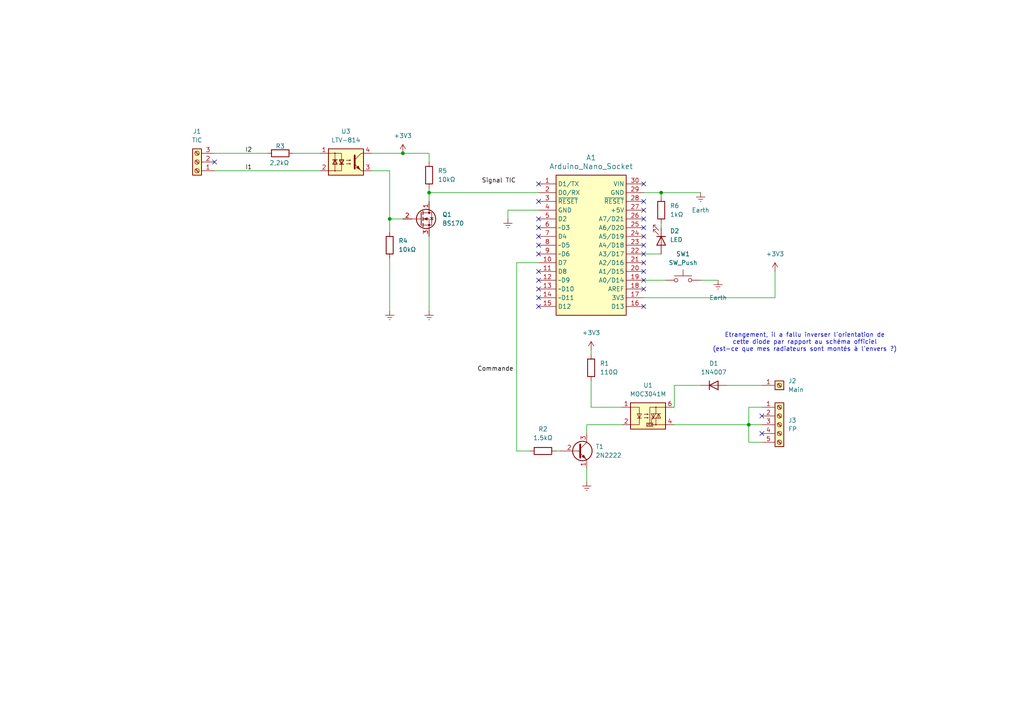
<source format=kicad_sch>
(kicad_sch (version 20231120) (generator "eeschema") (generator_version "8.0")
  (paper "A4")
  (title_block (title "Circuit de délestage - Linky") (date "2024-06-03") (comment 1 "basé sur http://hallard.me/demystifier-la-teleinfo/"))
  (lib_symbols
    (symbol "Connector:Screw_Terminal_01x01" (pin_names (offset 1.016) hide)
      (property "Reference" "J" (at 0 2.54 0))
      (property "Value" "Screw_Terminal_01x01" (at 0 -2.54 0))
      (symbol "Screw_Terminal_01x01_1_1"
        (rectangle (start -1.27 1.27) (end 1.27 -1.27) (stroke (width 0.254)) (fill (type background)))
        (polyline (pts (xy -0.5334 0.3302) (xy 0.3302 -0.508)) (stroke (width 0.1524)))
        (polyline (pts (xy -0.3556 0.508) (xy 0.508 -0.3302)) (stroke (width 0.1524)))
        (circle (center 0 0) (radius 0.635) (stroke (width 0.1524)))
        (pin passive line (at -5.08 0 0) (length 3.81) (name "Pin_1") (number "1"))
      )
    )
    (symbol "Connector:Screw_Terminal_01x03" (pin_names (offset 1.016) hide)
      (property "Reference" "J" (at 0 5.08 0))
      (property "Value" "Screw_Terminal_01x03" (at 0 -5.08 0))
      (symbol "Screw_Terminal_01x03_1_1"
        (rectangle (start -1.27 3.81) (end 1.27 -3.81) (stroke (width 0.254)) (fill (type background)))
        (circle (center 0 -2.54) (radius 0.635) (stroke (width 0.1524)))
        (polyline (pts (xy -0.5334 -2.2098) (xy 0.3302 -3.048)) (stroke (width 0.1524)))
        (polyline (pts (xy -0.5334 0.3302) (xy 0.3302 -0.508)) (stroke (width 0.1524)))
        (polyline (pts (xy -0.5334 2.8702) (xy 0.3302 2.032)) (stroke (width 0.1524)))
        (polyline (pts (xy -0.3556 -2.032) (xy 0.508 -2.8702)) (stroke (width 0.1524)))
        (polyline (pts (xy -0.3556 0.508) (xy 0.508 -0.3302)) (stroke (width 0.1524)))
        (polyline (pts (xy -0.3556 3.048) (xy 0.508 2.2098)) (stroke (width 0.1524)))
        (circle (center 0 0) (radius 0.635) (stroke (width 0.1524)))
        (circle (center 0 2.54) (radius 0.635) (stroke (width 0.1524)))
        (pin passive line (at -5.08 2.54 0) (length 3.81) (name "Pin_1") (number "1"))
        (pin passive line (at -5.08 0 0) (length 3.81) (name "Pin_2") (number "2"))
        (pin passive line (at -5.08 -2.54 0) (length 3.81) (name "Pin_3") (number "3"))
      )
    )
    (symbol "Connector:Screw_Terminal_01x05" (pin_names (offset 1.016) hide)
      (property "Reference" "J" (at 0 7.62 0))
      (property "Value" "Screw_Terminal_01x05" (at 0 -7.62 0))
      (symbol "Screw_Terminal_01x05_1_1"
        (rectangle (start -1.27 6.35) (end 1.27 -6.35) (stroke (width 0.254)) (fill (type background)))
        (circle (center 0 -5.08) (radius 0.635) (stroke (width 0.1524)))
        (circle (center 0 -2.54) (radius 0.635) (stroke (width 0.1524)))
        (polyline (pts (xy -0.5334 -4.7498) (xy 0.3302 -5.588)) (stroke (width 0.1524)))
        (polyline (pts (xy -0.5334 -2.2098) (xy 0.3302 -3.048)) (stroke (width 0.1524)))
        (polyline (pts (xy -0.5334 0.3302) (xy 0.3302 -0.508)) (stroke (width 0.1524)))
        (polyline (pts (xy -0.5334 2.8702) (xy 0.3302 2.032)) (stroke (width 0.1524)))
        (polyline (pts (xy -0.5334 5.4102) (xy 0.3302 4.572)) (stroke (width 0.1524)))
        (polyline (pts (xy -0.3556 -4.572) (xy 0.508 -5.4102)) (stroke (width 0.1524)))
        (polyline (pts (xy -0.3556 -2.032) (xy 0.508 -2.8702)) (stroke (width 0.1524)))
        (polyline (pts (xy -0.3556 0.508) (xy 0.508 -0.3302)) (stroke (width 0.1524)))
        (polyline (pts (xy -0.3556 3.048) (xy 0.508 2.2098)) (stroke (width 0.1524)))
        (polyline (pts (xy -0.3556 5.588) (xy 0.508 4.7498)) (stroke (width 0.1524)))
        (circle (center 0 0) (radius 0.635) (stroke (width 0.1524)))
        (circle (center 0 2.54) (radius 0.635) (stroke (width 0.1524)))
        (circle (center 0 5.08) (radius 0.635) (stroke (width 0.1524)))
        (pin passive line (at -5.08 5.08 0) (length 3.81) (name "Pin_1") (number "1"))
        (pin passive line (at -5.08 2.54 0) (length 3.81) (name "Pin_2") (number "2"))
        (pin passive line (at -5.08 0 0) (length 3.81) (name "Pin_3") (number "3"))
        (pin passive line (at -5.08 -2.54 0) (length 3.81) (name "Pin_4") (number "4"))
        (pin passive line (at -5.08 -5.08 0) (length 3.81) (name "Pin_5") (number "5"))
      )
    )
    (symbol "Device:LED" (pin_numbers hide) (pin_names (offset 1.016) hide)
      (property "Reference" "D" (at 0 2.54 0))
      (property "Value" "LED" (at 0 -2.54 0))
      (symbol "LED_0_1"
        (polyline (pts (xy -1.27 -1.27) (xy -1.27 1.27)) (stroke (width 0.254)))
        (polyline (pts (xy -1.27 0) (xy 1.27 0)))
        (polyline (pts (xy 1.27 -1.27) (xy 1.27 1.27) (xy -1.27 0) (xy 1.27 -1.27)) (stroke (width 0.254)))
        (polyline (pts (xy -3.048 -0.762) (xy -4.572 -2.286) (xy -3.81 -2.286) (xy -4.572 -2.286) (xy -4.572 -1.524)))
        (polyline (pts (xy -1.778 -0.762) (xy -3.302 -2.286) (xy -2.54 -2.286) (xy -3.302 -2.286) (xy -3.302 -1.524)))
      )
      (symbol "LED_1_1"
        (pin passive line (at -3.81 0 0) (length 2.54) (name "K") (number "1"))
        (pin passive line (at 3.81 0 180) (length 2.54) (name "A") (number "2"))
      )
    )
    (symbol "Device:R" (pin_numbers hide) (pin_names (offset 0))
      (property "Reference" "R" (at 2.032 0 90))
      (property "Value" "R" (at 0 0 90))
      (symbol "R_0_1"
        (rectangle (start -1.016 -2.54) (end 1.016 2.54) (stroke (width 0.254)))
      )
      (symbol "R_1_1"
        (pin passive line (at 0 3.81 270) (length 1.27) (name "~") (number "1"))
        (pin passive line (at 0 -3.81 90) (length 1.27) (name "~") (number "2"))
      )
    )
    (symbol "Diode:1N4007" (pin_numbers hide) (pin_names hide)
      (property "Reference" "D" (at 0 2.54 0))
      (property "Value" "1N4007" (at 0 -2.54 0))
      (symbol "1N4007_0_1"
        (polyline (pts (xy -1.27 1.27) (xy -1.27 -1.27)) (stroke (width 0.254)))
        (polyline (pts (xy 1.27 0) (xy -1.27 0)))
        (polyline (pts (xy 1.27 1.27) (xy 1.27 -1.27) (xy -1.27 0) (xy 1.27 1.27)) (stroke (width 0.254)))
      )
      (symbol "1N4007_1_1"
        (pin passive line (at -3.81 0 0) (length 2.54) (name "K") (number "1"))
        (pin passive line (at 3.81 0 180) (length 2.54) (name "A") (number "2"))
      )
    )
    (symbol "Earth_1" (power) (pin_numbers hide) (pin_names (offset 0) hide)
      (property "Value" "Earth" (at 0 -3.81 0))
      (symbol "Earth_1_0_1"
        (polyline (pts (xy -0.635 -1.905) (xy 0.635 -1.905)))
        (polyline (pts (xy -0.127 -2.54) (xy 0.127 -2.54)))
        (polyline (pts (xy 0 -1.27) (xy 0 0)))
        (polyline (pts (xy 1.27 -1.27) (xy -1.27 -1.27)))
      )
      (symbol "Earth_1_1_1"
        (pin power_in line (at 0 0 270) (length 0) (name "~") (number "1"))
      )
    )
    (symbol "Earth_2" (power) (pin_numbers hide) (pin_names (offset 0) hide)
      (property "Value" "Earth" (at 0 -3.81 0))
      (symbol "Earth_2_0_1"
        (polyline (pts (xy -0.635 -1.905) (xy 0.635 -1.905)))
        (polyline (pts (xy -0.127 -2.54) (xy 0.127 -2.54)))
        (polyline (pts (xy 0 -1.27) (xy 0 0)))
        (polyline (pts (xy 1.27 -1.27) (xy -1.27 -1.27)))
      )
      (symbol "Earth_2_1_1"
        (pin power_in line (at 0 0 270) (length 0) (name "~") (number "1"))
      )
    )
    (symbol "Isolator:LTV-814" (pin_names (offset 1.016))
      (property "Reference" "U" (at -5.08 5.08 0))
      (property "Value" "LTV-814" (at 0 5.08 0))
      (symbol "LTV-814_0_1"
        (rectangle (start -5.08 3.81) (end 5.08 -3.81) (stroke (width 0.254)) (fill (type background)))
        (circle (center -3.175 -2.54) (radius 0.127))
        (circle (center -3.175 2.54) (radius 0.127))
        (polyline (pts (xy -3.175 2.54) (xy -3.175 -2.54)))
        (polyline (pts (xy -1.905 -0.635) (xy -0.635 -0.635)) (stroke (width 0.254)))
        (polyline (pts (xy 2.54 0.635) (xy 4.445 2.54)))
        (polyline (pts (xy 4.445 -2.54) (xy 2.54 -0.635)) (fill (type outline)))
        (polyline (pts (xy 4.445 -2.54) (xy 5.08 -2.54)))
        (polyline (pts (xy 4.445 2.54) (xy 5.08 2.54)))
        (polyline (pts (xy -5.08 2.54) (xy -1.27 2.54) (xy -1.27 -0.762)))
        (polyline (pts (xy -1.27 -0.635) (xy -1.27 -2.54) (xy -5.08 -2.54)))
        (polyline (pts (xy 2.54 1.905) (xy 2.54 -1.905) (xy 2.54 -1.905)) (stroke (width 0.508)))
        (polyline (pts (xy -1.27 -0.635) (xy -1.905 0.635) (xy -0.635 0.635) (xy -1.27 -0.635)) (stroke (width 0.254)))
        (polyline (pts (xy 0.127 -0.508) (xy 1.397 -0.508) (xy 1.016 -0.635) (xy 1.016 -0.381) (xy 1.397 -0.508)))
        (polyline (pts (xy 0.127 0.508) (xy 1.397 0.508) (xy 1.016 0.381) (xy 1.016 0.635) (xy 1.397 0.508)))
        (polyline (pts (xy 3.048 -1.651) (xy 3.556 -1.143) (xy 4.064 -2.159) (xy 3.048 -1.651) (xy 3.048 -1.651)) (fill (type outline)))
      )
      (symbol "LTV-814_1_1"
        (polyline (pts (xy -3.81 0.635) (xy -2.54 0.635)) (stroke (width 0.254)))
        (polyline (pts (xy -3.175 0.635) (xy -3.81 -0.635) (xy -2.54 -0.635) (xy -3.175 0.635)) (stroke (width 0.254)))
        (pin passive line (at -7.62 2.54 0) (length 2.54) (name "~") (number "1"))
        (pin passive line (at -7.62 -2.54 0) (length 2.54) (name "~") (number "2"))
        (pin passive line (at 7.62 -2.54 180) (length 2.54) (name "~") (number "3"))
        (pin passive line (at 7.62 2.54 180) (length 2.54) (name "~") (number "4"))
      )
    )
    (symbol "Relay_SolidState:MOC3041M"
      (property "Reference" "U" (at -5.08 5.08 0))
      (property "Value" "MOC3041M" (at 0 5.08 0))
      (symbol "MOC3041M_0_0"
        (rectangle (start -0.381 -2.032) (end 1.397 -3.048))
        (polyline (pts (xy 2.286 -2.54) (xy 1.397 -2.54)))
        (polyline (pts (xy 1.524 -0.635) (xy 1.016 -1.016) (xy 1.016 -2.032)))
        (text "ZCD" (at 0.508 -2.54 0) (effects (font (size 0.508 0.508))))
      )
      (symbol "MOC3041M_0_1"
        (rectangle (start -5.08 3.81) (end 5.08 -3.81) (stroke (width 0.254)) (fill (type background)))
        (polyline (pts (xy -3.175 -0.635) (xy -1.905 -0.635)))
        (polyline (pts (xy 1.524 -0.635) (xy 1.524 0.635)))
        (polyline (pts (xy 3.048 0.635) (xy 3.048 -0.635)))
        (polyline (pts (xy 2.286 -0.635) (xy 2.286 -2.54) (xy 5.08 -2.54)))
        (polyline (pts (xy 2.286 0.635) (xy 2.286 2.54) (xy 5.08 2.54)))
        (polyline (pts (xy 2.286 2.54) (xy 0.508 2.54) (xy 0.508 -2.032)))
        (polyline (pts (xy -5.08 2.54) (xy -2.54 2.54) (xy -2.54 -2.54) (xy -5.08 -2.54)))
        (polyline (pts (xy -2.54 -0.635) (xy -3.175 0.635) (xy -1.905 0.635) (xy -2.54 -0.635)))
        (polyline (pts (xy 0.889 -0.635) (xy 3.683 -0.635) (xy 3.048 0.635) (xy 2.413 -0.635)))
        (polyline (pts (xy 3.683 0.635) (xy 0.889 0.635) (xy 1.524 -0.635) (xy 2.159 0.635)))
        (polyline (pts (xy -1.143 -0.508) (xy 0.127 -0.508) (xy -0.254 -0.635) (xy -0.254 -0.381) (xy 0.127 -0.508)))
        (polyline (pts (xy -1.143 0.508) (xy 0.127 0.508) (xy -0.254 0.381) (xy -0.254 0.635) (xy 0.127 0.508)))
        (circle (center 2.286 -2.54) (radius 0.127))
        (circle (center 2.286 2.54) (radius 0.127))
      )
      (symbol "MOC3041M_1_1"
        (pin passive line (at -7.62 2.54 0) (length 2.54) (name "~") (number "1"))
        (pin passive line (at -7.62 -2.54 0) (length 2.54) (name "~") (number "2"))
        (pin no_connect line (at -5.08 0 0) (length 2.54) hide (name "NC") (number "3"))
        (pin passive line (at 7.62 -2.54 180) (length 2.54) (name "~") (number "4"))
        (pin no_connect line (at 5.08 0 180) (length 2.54) hide (name "NC") (number "5"))
        (pin passive line (at 7.62 2.54 180) (length 2.54) (name "~") (number "6"))
      )
    )
    (symbol "Switch:SW_Push" (pin_numbers hide) (pin_names (offset 1.016) hide)
      (property "Reference" "SW" (at 1.27 2.54 0))
      (property "Value" "SW_Push" (at 0 -1.524 0))
      (symbol "SW_Push_0_1"
        (circle (center -2.032 0) (radius 0.508))
        (polyline (pts (xy 0 1.27) (xy 0 3.048)))
        (polyline (pts (xy 2.54 1.27) (xy -2.54 1.27)))
        (circle (center 2.032 0) (radius 0.508))
        (pin passive line (at -5.08 0 0) (length 2.54) (name "1") (number "1"))
        (pin passive line (at 5.08 0 180) (length 2.54) (name "2") (number "2"))
      )
    )
    (symbol "Transistor_BJT:PN2222A" (pin_names (offset 0) hide)
      (property "Reference" "Q" (at 5.08 1.905 0))
      (property "Value" "PN2222A" (at 5.08 0 0))
      (symbol "PN2222A_0_1"
        (polyline (pts (xy 0 0) (xy 0.635 0)))
        (polyline (pts (xy 2.54 -2.54) (xy 0.635 -0.635)))
        (polyline (pts (xy 2.54 2.54) (xy 0.635 0.635)))
        (polyline (pts (xy 0.635 1.905) (xy 0.635 -1.905) (xy 0.635 -1.905)) (stroke (width 0.508)))
        (polyline (pts (xy 2.413 -2.413) (xy 1.905 -1.905) (xy 1.905 -1.905)))
        (polyline (pts (xy 1.143 -1.651) (xy 1.651 -1.143) (xy 2.159 -2.159) (xy 1.143 -1.651) (xy 1.143 -1.651)) (fill (type outline)))
        (circle (center 1.27 0) (radius 2.8194) (stroke (width 0.254)))
      )
      (symbol "PN2222A_1_1"
        (pin passive line (at 2.54 -5.08 90) (length 2.54) (name "E") (number "1"))
        (pin input line (at -5.08 0 0) (length 5.08) (name "B") (number "2"))
        (pin passive line (at 2.54 5.08 270) (length 2.54) (name "C") (number "3"))
      )
    )
    (symbol "Transistor_FET:BS170" (pin_names hide)
      (property "Reference" "Q" (at 5.08 1.905 0))
      (property "Value" "BS170" (at 5.08 0 0))
      (symbol "BS170_0_1"
        (polyline (pts (xy 0.254 0) (xy -2.54 0)))
        (polyline (pts (xy 0.254 1.905) (xy 0.254 -1.905)) (stroke (width 0.254)))
        (polyline (pts (xy 0.762 -1.27) (xy 0.762 -2.286)) (stroke (width 0.254)))
        (polyline (pts (xy 0.762 0.508) (xy 0.762 -0.508)) (stroke (width 0.254)))
        (polyline (pts (xy 0.762 2.286) (xy 0.762 1.27)) (stroke (width 0.254)))
        (polyline (pts (xy 2.54 2.54) (xy 2.54 1.778)))
        (polyline (pts (xy 2.54 -2.54) (xy 2.54 0) (xy 0.762 0)))
        (polyline (pts (xy 0.762 -1.778) (xy 3.302 -1.778) (xy 3.302 1.778) (xy 0.762 1.778)))
        (polyline (pts (xy 1.016 0) (xy 2.032 0.381) (xy 2.032 -0.381) (xy 1.016 0)) (fill (type outline)))
        (polyline (pts (xy 2.794 0.508) (xy 2.921 0.381) (xy 3.683 0.381) (xy 3.81 0.254)))
        (polyline (pts (xy 3.302 0.381) (xy 2.921 -0.254) (xy 3.683 -0.254) (xy 3.302 0.381)))
        (circle (center 1.651 0) (radius 2.794) (stroke (width 0.254)))
        (circle (center 2.54 -1.778) (radius 0.254) (fill (type outline)))
        (circle (center 2.54 1.778) (radius 0.254) (fill (type outline)))
      )
      (symbol "BS170_1_1"
        (pin passive line (at 2.54 5.08 270) (length 2.54) (name "D") (number "1"))
        (pin input line (at -5.08 0 0) (length 2.54) (name "G") (number "2"))
        (pin passive line (at 2.54 -5.08 90) (length 2.54) (name "S") (number "3"))
      )
    )
    (symbol "jc:R" (pin_numbers hide) (pin_names (offset 0))
      (property "Reference" "R" (at 2.032 0 90))
      (property "Value" "R" (at 0 0 90))
      (symbol "R_0_1"
        (rectangle (start -1.016 -2.54) (end 1.016 2.54) (stroke (width 0.254)))
      )
      (symbol "R_1_1"
        (pin passive line (at 0 3.81 270) (length 1.27) (name "~") (number "1"))
        (pin passive line (at 0 -3.81 90) (length 1.27) (name "~") (number "2"))
      )
    )
    (symbol "kicad-lib-arduino:Arduino_Nano"
      (property "Reference" "U" (at -10.16 24.13 0))
      (property "Value" "Arduino_Nano" (at -10.16 22.86 0))
      (symbol "Arduino_Nano_0_1"
        (rectangle (start -10.16 20.32) (end 10.16 -20.32) (stroke (width 0.254)) (fill (type background)))
      )
      (symbol "Arduino_Nano_1_1"
        (pin bidirectional line (at -15.24 17.78 0) (length 5.08) (name "D1/TX") (number "1"))
        (pin bidirectional line (at -15.24 -5.08 0) (length 5.08) (name "D7") (number "10"))
        (pin bidirectional line (at -15.24 -7.62 0) (length 5.08) (name "D8") (number "11"))
        (pin bidirectional line (at -15.24 -10.16 0) (length 5.08) (name "~D9") (number "12"))
        (pin bidirectional line (at -15.24 -12.7 0) (length 5.08) (name "~D10") (number "13"))
        (pin bidirectional line (at -15.24 -15.24 0) (length 5.08) (name "~D11") (number "14"))
        (pin bidirectional line (at -15.24 -17.78 0) (length 5.08) (name "D12") (number "15"))
        (pin bidirectional line (at 15.24 -17.78 180) (length 5.08) (name "D13") (number "16"))
        (pin power_out line (at 15.24 -15.24 180) (length 5.08) (name "3V3") (number "17"))
        (pin input line (at 15.24 -12.7 180) (length 5.08) (name "AREF") (number "18"))
        (pin bidirectional line (at 15.24 -10.16 180) (length 5.08) (name "A0/D14") (number "19"))
        (pin bidirectional line (at -15.24 15.24 0) (length 5.08) (name "D0/RX") (number "2"))
        (pin bidirectional line (at 15.24 -7.62 180) (length 5.08) (name "A1/D15") (number "20"))
        (pin bidirectional line (at 15.24 -5.08 180) (length 5.08) (name "A2/D16") (number "21"))
        (pin bidirectional line (at 15.24 -2.54 180) (length 5.08) (name "A3/D17") (number "22"))
        (pin bidirectional line (at 15.24 0 180) (length 5.08) (name "A4/D18") (number "23"))
        (pin bidirectional line (at 15.24 2.54 180) (length 5.08) (name "A5/D19") (number "24"))
        (pin bidirectional line (at 15.24 5.08 180) (length 5.08) (name "A6/D20") (number "25"))
        (pin bidirectional line (at 15.24 7.62 180) (length 5.08) (name "A7/D21") (number "26"))
        (pin power_out line (at 15.24 10.16 180) (length 5.08) (name "+5V") (number "27"))
        (pin input line (at 15.24 12.7 180) (length 5.08) (name "~{RESET}") (number "28"))
        (pin power_in line (at 15.24 15.24 180) (length 5.08) (name "GND") (number "29"))
        (pin input line (at -15.24 12.7 0) (length 5.08) (name "~{RESET}") (number "3"))
        (pin power_in line (at 15.24 17.78 180) (length 5.08) (name "VIN") (number "30"))
        (pin power_in line (at -15.24 10.16 0) (length 5.08) (name "GND") (number "4"))
        (pin bidirectional line (at -15.24 7.62 0) (length 5.08) (name "D2") (number "5"))
        (pin bidirectional line (at -15.24 5.08 0) (length 5.08) (name "~D3") (number "6"))
        (pin bidirectional line (at -15.24 2.54 0) (length 5.08) (name "D4") (number "7"))
        (pin bidirectional line (at -15.24 0 0) (length 5.08) (name "~D5") (number "8"))
        (pin bidirectional line (at -15.24 -2.54 0) (length 5.08) (name "~D6") (number "9"))
      )
    )
    (symbol "power:+3V3" (power) (pin_names (offset 0))
      (property "Value" "+3V3" (at 0 3.556 0))
      (symbol "+3V3_0_1"
        (polyline (pts (xy -0.762 1.27) (xy 0 2.54)))
        (polyline (pts (xy 0 0) (xy 0 2.54)))
        (polyline (pts (xy 0 2.54) (xy 0.762 1.27)))
      )
      (symbol "+3V3_1_1"
        (pin power_in line (at 0 0 90) (length 0) hide (name "+3V3") (number "1"))
      )
    )
    (symbol "power:Earth" (power) (pin_names (offset 0))
      (symbol "Earth_0_1"
        (polyline (pts (xy -0.635 -1.905) (xy 0.635 -1.905)))
        (polyline (pts (xy -0.127 -2.54) (xy 0.127 -2.54)))
        (polyline (pts (xy 0 -1.27) (xy 0 0)))
        (polyline (pts (xy 1.27 -1.27) (xy -1.27 -1.27)))
      )
      (symbol "Earth_1_1"
        (pin power_in line (at 0 0 270) (length 0) hide (name "Earth") (number "1"))
      )
    )
  )
  (junction (at 124.46 55.88))
  (junction (at 217.17 123.19))
  (junction (at 191.77 55.88))
  (junction (at 116.84 44.45))
  (junction (at 113.03 63.5))
  (no_connect (at 156.21 73.66))
  (no_connect (at 156.21 53.34))
  (no_connect (at 186.69 58.42))
  (no_connect (at 186.69 66.04))
  (no_connect (at 186.69 88.9))
  (no_connect (at 186.69 60.96))
  (no_connect (at 186.69 68.58))
  (no_connect (at 186.69 53.34))
  (no_connect (at 186.69 83.82))
  (no_connect (at 186.69 76.2))
  (no_connect (at 186.69 81.28))
  (no_connect (at 186.69 63.5))
  (no_connect (at 156.21 81.28))
  (no_connect (at 186.69 78.74))
  (no_connect (at 186.69 71.12))
  (no_connect (at 156.21 83.82))
  (no_connect (at 156.21 68.58))
  (no_connect (at 220.98 125.73))
  (no_connect (at 156.21 63.5))
  (no_connect (at 186.69 73.66))
  (no_connect (at 156.21 71.12))
  (no_connect (at 62.23 46.99))
  (no_connect (at 220.98 120.65))
  (no_connect (at 156.21 66.04))
  (no_connect (at 156.21 58.42))
  (no_connect (at 156.21 78.74))
  (no_connect (at 156.21 86.36))
  (no_connect (at 156.21 88.9))
  (wire (pts (xy 186.69 81.28) (xy 193.04 81.28)))
  (wire (pts (xy 210.82 111.76) (xy 220.98 111.76)))
  (wire (pts (xy 113.03 63.5) (xy 113.03 67.31)))
  (wire (pts (xy 147.32 63.5) (xy 147.32 60.96)))
  (wire (pts (xy 180.34 123.19) (xy 170.18 123.19)))
  (wire (pts (xy 195.58 111.76) (xy 195.58 118.11)))
  (wire (pts (xy 124.46 44.45) (xy 124.46 46.99)))
  (wire (pts (xy 124.46 54.61) (xy 124.46 55.88)))
  (wire (pts (xy 124.46 55.88) (xy 124.46 58.42)))
  (wire (pts (xy 171.45 110.49) (xy 171.45 118.11)))
  (wire (pts (xy 191.77 55.88) (xy 203.2 55.88)))
  (wire (pts (xy 124.46 68.58) (xy 124.46 90.17)))
  (wire (pts (xy 195.58 111.76) (xy 203.2 111.76)))
  (wire (pts (xy 217.17 118.11) (xy 217.17 123.19)))
  (wire (pts (xy 186.69 73.66) (xy 191.77 73.66)))
  (wire (pts (xy 224.79 86.36) (xy 224.79 78.74)))
  (wire (pts (xy 149.86 76.2) (xy 149.86 130.81)))
  (wire (pts (xy 220.98 118.11) (xy 217.17 118.11)))
  (wire (pts (xy 113.03 63.5) (xy 116.84 63.5)))
  (wire (pts (xy 113.03 63.5) (xy 113.03 49.53)))
  (wire (pts (xy 217.17 123.19) (xy 217.17 128.27)))
  (wire (pts (xy 149.86 130.81) (xy 153.67 130.81)))
  (wire (pts (xy 191.77 64.77) (xy 191.77 66.04)))
  (wire (pts (xy 62.23 49.53) (xy 92.71 49.53)))
  (wire (pts (xy 149.86 76.2) (xy 156.21 76.2)))
  (wire (pts (xy 191.77 55.88) (xy 191.77 57.15)))
  (wire (pts (xy 113.03 74.93) (xy 113.03 90.17)))
  (wire (pts (xy 107.95 49.53) (xy 113.03 49.53)))
  (wire (pts (xy 124.46 55.88) (xy 156.21 55.88)))
  (wire (pts (xy 171.45 118.11) (xy 180.34 118.11)))
  (wire (pts (xy 62.23 44.45) (xy 77.47 44.45)))
  (wire (pts (xy 170.18 123.19) (xy 170.18 125.73)))
  (wire (pts (xy 85.09 44.45) (xy 92.71 44.45)))
  (wire (pts (xy 170.18 135.89) (xy 170.18 139.7)))
  (wire (pts (xy 161.29 130.81) (xy 162.56 130.81)))
  (wire (pts (xy 186.69 55.88) (xy 191.77 55.88)))
  (wire (pts (xy 116.84 44.45) (xy 124.46 44.45)))
  (wire (pts (xy 195.58 123.19) (xy 217.17 123.19)))
  (wire (pts (xy 186.69 86.36) (xy 224.79 86.36)))
  (wire (pts (xy 107.95 44.45) (xy 116.84 44.45)))
  (wire (pts (xy 203.2 81.28) (xy 208.28 81.28)))
  (wire (pts (xy 217.17 123.19) (xy 220.98 123.19)))
  (wire (pts (xy 220.98 128.27) (xy 217.17 128.27)))
  (wire (pts (xy 171.45 101.6) (xy 171.45 102.87)))
  (wire (pts (xy 147.32 60.96) (xy 156.21 60.96)))
  (text "Etrangement, il a fallu inverser l'orientation de\ncette diode par rapport au schéma officiel\n(est-ce que mes radiateurs sont montés à l'envers ?)" (at 233.426 99.314 0) (effects (font (size 1.27 1.27))))
  (label "Commande" (at 138.43 107.95 0))
  (label "I2" (at 71.12 44.45 0))
  (label "I1" (at 71.12 49.53 0))
  (label "Signal TIC" (at 139.7 53.34 0))
  (symbol (lib_id "jc:R") (at 113.03 71.12 0) (unit 1)
    (property "Reference" "R4" (at 115.57 69.85 0) (effects (justify left)))
    (property "Value" "10kΩ" (at 115.57 72.39 0) (effects (justify left)))
    (property "Footprint" "Resistor_THT:R_Axial_DIN0207_L6.3mm_D2.5mm_P2.54mm_Vertical" (effects (hide yes)))
  )
  (symbol (lib_id "power:Earth") (at 147.32 63.5 0) (unit 1)
    (property "Reference" "#PWR09" (effects (hide yes)))
    (property "Value" "Earth" (effects (hide yes)))
  )
  (symbol (lib_id "jc:R") (at 124.46 50.8 0) (unit 1)
    (property "Reference" "R5" (at 127 49.53 0) (effects (justify left)))
    (property "Value" "10kΩ" (at 127 52.07 0) (effects (justify left)))
    (property "Footprint" "Resistor_THT:R_Axial_DIN0207_L6.3mm_D2.5mm_P7.62mm_Horizontal" (effects (hide yes)))
  )
  (symbol (lib_id "Connector:Screw_Terminal_01x01") (at 226.06 111.76 0) (unit 1)
    (property "Reference" "J2" (at 228.6 110.4899 0) (effects (justify left)))
    (property "Value" "Main" (at 228.6 113.0299 0) (effects (justify left)))
    (property "Footprint" "Connector_PinSocket_2.54mm:PinSocket_1x01_P2.54mm_Vertical" (effects (hide yes)))
    (property "Description" "Generic screw terminal, single row, 01x01, script generated (kicad-library-utils/schlib/autogen/connector/)" (effects (hide yes)))
  )
  (symbol (lib_id "power:+3V3") (at 116.84 44.45 0) (unit 1)
    (property "Reference" "#PWR07" (effects (hide yes)))
    (property "Value" "+3V3" (at 116.84 39.37 0))
  )
  (symbol (lib_id "power:Earth") (at 124.46 90.17 0) (unit 1)
    (property "Reference" "#PWR05" (effects (hide yes)))
    (property "Value" "Earth" (effects (hide yes)))
  )
  (symbol (lib_id "power:+3V3") (at 171.45 101.6 0) (unit 1)
    (property "Reference" "#PWR02" (effects (hide yes)))
    (property "Value" "+3V3" (at 171.45 96.52 0))
  )
  (symbol (lib_id "Transistor_FET:BS170") (at 121.92 63.5 0) (unit 1)
    (property "Reference" "Q1" (at 128.27 62.23 0) (effects (justify left)))
    (property "Value" "BS170" (at 128.27 64.77 0) (effects (justify left)))
    (property "Footprint" "Package_TO_SOT_THT:TO-92_Inline_Wide" (effects (hide yes)))
    (property "Datasheet" "https://www.onsemi.com/pub/Collateral/BS170-D.PDF" (effects (hide yes)))
  )
  (symbol (lib_id "jc:R") (at 81.28 44.45 90) (unit 1)
    (property "Reference" "R3" (at 81.28 42.418 90))
    (property "Value" "2,2kΩ" (at 81.026 47.244 90))
    (property "Footprint" "Resistor_THT:R_Axial_DIN0204_L3.6mm_D1.6mm_P2.54mm_Vertical" (effects (hide yes)))
  )
  (symbol (lib_id "power:Earth") (at 113.03 90.17 0) (unit 1)
    (property "Reference" "#PWR06" (effects (hide yes)))
    (property "Value" "Earth" (effects (hide yes)))
  )
  (symbol (lib_id "Device:R") (at 191.77 60.96 0) (unit 1)
    (property "Reference" "R6" (at 194.31 59.6899 0) (effects (justify left)))
    (property "Value" "1kΩ" (at 194.31 62.2299 0) (effects (justify left)))
    (property "Footprint" "Resistor_THT:R_Axial_DIN0207_L6.3mm_D2.5mm_P2.54mm_Vertical" (effects (hide yes)))
    (property "Description" "Resistor" (effects (hide yes)))
  )
  (symbol (lib_id "power:Earth") (at 170.18 139.7 0) (unit 1)
    (property "Reference" "#PWR01" (effects (hide yes)))
    (property "Value" "Earth" (effects (hide yes)))
  )
  (symbol (lib_id "jc:R") (at 171.45 106.68 0) (unit 1)
    (property "Reference" "R1" (at 173.99 105.4099 0) (effects (justify left)))
    (property "Value" "110Ω" (at 173.99 107.9499 0) (effects (justify left)))
    (property "Footprint" "Resistor_THT:R_Axial_DIN0309_L9.0mm_D3.2mm_P20.32mm_Horizontal" (effects (hide yes)))
  )
  (symbol (lib_id "Connector:Screw_Terminal_01x05") (at 226.06 123.19 0) (unit 1)
    (property "Reference" "J3" (at 228.6 121.9199 0) (effects (justify left)))
    (property "Value" "FP" (at 228.6 124.4599 0) (effects (justify left)))
    (property "Footprint" "Connector_PinSocket_2.54mm:PinSocket_1x05_P2.54mm_Vertical" (effects (hide yes)))
    (property "Description" "Generic screw terminal, single row, 01x05, script generated (kicad-library-utils/schlib/autogen/connector/)" (effects (hide yes)))
  )
  (symbol (lib_id "Diode:1N4007") (at 207.01 111.76 0) (mirror x) (unit 1)
    (property "Reference" "D1" (at 207.01 105.41 0))
    (property "Value" "1N4007" (at 207.01 107.95 0))
    (property "Footprint" "Diode_THT:D_DO-15_P10.16mm_Horizontal" (effects (hide yes)))
    (property "Datasheet" "http://www.vishay.com/docs/88503/1n4001.pdf" (effects (hide yes)))
    (property "Sim.Device" "D" (effects (hide yes)))
    (property "Sim.Pins" "1=K 2=A" (effects (hide yes)))
  )
  (symbol (lib_id "Switch:SW_Push") (at 198.12 81.28 0) (unit 1)
    (property "Reference" "SW1" (at 198.12 73.66 0))
    (property "Value" "SW_Push" (at 198.12 76.2 0))
    (property "Footprint" "Button_Switch_THT:SW_PUSH_6mm" (effects (hide yes)))
    (property "Description" "Push button switch, generic, two pins" (effects (hide yes)))
  )
  (symbol (lib_id "jc:R") (at 157.48 130.81 90) (unit 1)
    (property "Reference" "R2" (at 157.48 124.46 90))
    (property "Value" "1.5kΩ" (at 157.48 127 90))
    (property "Footprint" "Resistor_THT:R_Axial_DIN0309_L9.0mm_D3.2mm_P5.08mm_Vertical" (effects (hide yes)))
  )
  (symbol (lib_name "Earth_2") (lib_id "power:Earth") (at 203.2 55.88 0) (unit 1)
    (property "Reference" "#PWR08" (effects (hide yes)))
    (property "Value" "Earth" (at 203.2 60.96 0))
    (property "Description" "Power symbol creates a global label with name \"Earth\"" (effects (hide yes)))
  )
  (symbol (lib_id "Relay_SolidState:MOC3041M") (at 187.96 120.65 0) (unit 1)
    (property "Reference" "U1" (at 187.96 111.76 0))
    (property "Value" "MOC3041M" (at 187.96 114.3 0))
    (property "Footprint" "Package_DIP:DIP-6_W7.62mm" (effects (hide yes)))
    (property "Datasheet" "https://www.onsemi.com/pub/Collateral/MOC3043M-D.pdf" (effects (hide yes)))
  )
  (symbol (lib_id "kicad-lib-arduino:Arduino_Nano") (at 171.45 71.12 0) (unit 1)
    (property "Reference" "A1" (at 171.45 45.72 0) (effects (font (size 1.524 1.524))))
    (property "Value" "Arduino_Nano_Socket" (at 171.45 48.26 0) (effects (font (size 1.524 1.524))))
    (property "Footprint" "kicad-lib-arduino:Arduino_Nano" (effects (hide yes)))
    (property "Datasheet" "https://store.arduino.cc/usa/arduino-nano" (effects (hide yes)))
    (property "Description" "Arduino Nano" (effects (hide yes)))
  )
  (symbol (lib_id "Device:LED") (at 191.77 69.85 270) (unit 1)
    (property "Reference" "D2" (at 194.31 66.9924 90) (effects (justify left)))
    (property "Value" "LED" (at 194.31 69.5324 90) (effects (justify left)))
    (property "Footprint" "LED_THT:LED_D3.0mm" (effects (hide yes)))
    (property "Description" "Light emitting diode" (effects (hide yes)))
  )
  (symbol (lib_id "power:+3V3") (at 224.79 78.74 0) (unit 1)
    (property "Reference" "#PWR04" (effects (hide yes)))
    (property "Value" "+3V3" (at 224.79 73.66 0))
  )
  (symbol (lib_name "Earth_1") (lib_id "power:Earth") (at 208.28 81.28 0) (unit 1)
    (property "Reference" "#PWR03" (effects (hide yes)))
    (property "Value" "Earth" (at 208.28 86.36 0))
    (property "Description" "Power symbol creates a global label with name \"Earth\"" (effects (hide yes)))
  )
  (symbol (lib_id "Connector:Screw_Terminal_01x03") (at 57.15 46.99 180) (unit 1)
    (property "Reference" "J1" (at 57.15 38.1 0))
    (property "Value" "TIC" (at 57.15 40.64 0))
    (property "Footprint" "Connector_PinSocket_2.54mm:PinSocket_1x03_P2.54mm_Vertical" (effects (hide yes)))
    (property "Description" "Generic screw terminal, single row, 01x03, script generated (kicad-library-utils/schlib/autogen/connector/)" (effects (hide yes)))
  )
  (symbol (lib_id "Isolator:LTV-814") (at 100.33 46.99 0) (unit 1)
    (property "Reference" "U3" (at 100.33 38.1 0))
    (property "Value" "LTV-814" (at 100.33 40.64 0))
    (property "Footprint" "Package_DIP:DIP-4_W7.62mm" (effects (hide yes)))
    (property "Datasheet" "https://optoelectronics.liteon.com/upload/download/DS-70-96-0013/LTV-8X4%20series%20201509.pdf" (effects (hide yes)))
  )
  (symbol (lib_id "Transistor_BJT:PN2222A") (at 167.64 130.81 0) (unit 1)
    (property "Reference" "T1" (at 172.72 129.54 0) (effects (justify left)))
    (property "Value" "2N2222" (at 172.72 132.08 0) (effects (justify left)))
    (property "Footprint" "Package_TO_SOT_THT:TO-92_Inline_Wide" (effects (hide yes)))
    (property "Datasheet" "https://www.onsemi.com/pub/Collateral/PN2222-D.PDF" (effects (hide yes)))
  )
)
</source>
